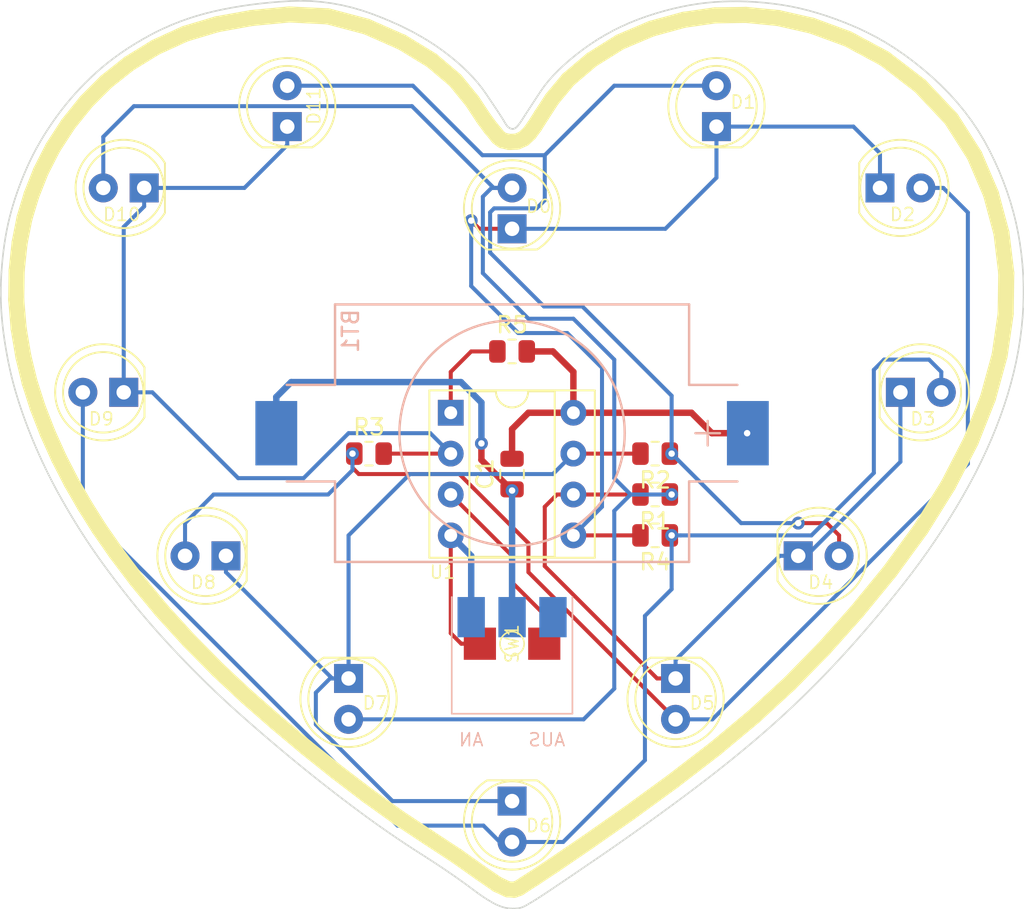
<source format=kicad_pcb>
(kicad_pcb (version 20211014) (generator pcbnew)
  (layers (0 "F.Cu" signal) (31 "B.Cu" signal) (34 "B.Paste" user) (35 "F.Paste" user) (36 "B.SilkS" user "B.Silkscreen") (37 "F.SilkS" user "F.Silkscreen") (38 "B.Mask" user) (39 "F.Mask" user) (44 "Edge.Cuts" user))
  (net 0 "")
  (net 1 "Net-(BT1-Pad1)")
  (net 2 "Net-(BT1-Pad2)")
  (net 3 "Net-(D0-Pad2)")
  (net 4 "/PB0")
  (net 5 "Net-(D1-Pad2)")
  (net 6 "Net-(D2-Pad2)")
  (net 7 "Net-(D3-Pad2)")
  (net 8 "/PB1")
  (net 9 "/PB2")
  (net 10 "/PB3")
  (net 11 "Net-(R5-Pad1)")
  (net 12 "Net-(SW1-Pad1)")
  (net 13 "Net-(SW1-Pad2)")
  (footprint "LED_THT:LED_D5.0mm" (layer "F.Cu") (at 88.9 55.88 90)
    (fp_text reference "D0")
    (fp_text value "LED")
  )
  (footprint "LED_THT:LED_D5.0mm" (layer "F.Cu") (at 111.76 53.34)
    (fp_text reference "D2")
    (fp_text value "LED")
  )
  (footprint "LED_THT:LED_D5.0mm" (layer "F.Cu") (at 113.03 66.04)
    (fp_text reference "D3")
    (fp_text value "LED")
  )
  (footprint "LED_THT:LED_D5.0mm" (layer "F.Cu") (at 106.68 76.2)
    (fp_text reference "D4")
    (fp_text value "LED")
  )
  (footprint "LED_THT:LED_D5.0mm" (layer "F.Cu") (at 99.06 83.82 -90)
    (fp_text reference "D5")
    (fp_text value "LED")
  )
  (footprint "LED_THT:LED_D5.0mm" (layer "F.Cu") (at 88.9 91.44 -90)
    (fp_text reference "D6")
    (fp_text value "LED")
  )
  (footprint "LED_THT:LED_D5.0mm" (layer "F.Cu") (at 78.74 83.82 -90)
    (fp_text reference "D7")
    (fp_text value "LED")
  )
  (footprint "LED_THT:LED_D5.0mm" (layer "F.Cu") (at 71.12 76.2 180)
    (fp_text reference "D8")
    (fp_text value "LED")
  )
  (footprint "LED_THT:LED_D5.0mm" (layer "F.Cu") (at 66.04 53.34 180)
    (fp_text reference "D10")
    (fp_text value "LED")
  )
  (footprint "LED_THT:LED_D5.0mm" (layer "F.Cu") (at 74.93 49.53 90)
    (fp_text reference "D11")
    (fp_text value "LED")
  )
  (footprint "Resistor_SMD:R_0805_2012Metric" (layer "F.Cu") (at 97.79 72.39 180)
    (fp_text reference "R1")
    (fp_text value "R_Small")
  )
  (footprint "Resistor_SMD:R_0805_2012Metric" (layer "F.Cu") (at 97.79 69.85 180)
    (fp_text reference "R2")
    (fp_text value "R_Small")
  )
  (footprint "Resistor_SMD:R_0805_2012Metric" (layer "F.Cu") (at 80.01 69.85)
    (fp_text reference "R3")
    (fp_text value "R_Small")
  )
  (footprint "Resistor_SMD:R_0805_2012Metric" (layer "F.Cu") (at 97.79 74.93 180)
    (fp_text reference "R4")
    (fp_text value "R_Small")
  )
  (footprint "Resistor_SMD:R_0805_2012Metric" (layer "F.Cu") (at 88.9 63.5)
    (fp_text reference "R5")
    (fp_text value "R_Small")
  )
  (footprint "LED_THT:LED_D5.0mm" (layer "F.Cu") (at 101.6 49.53 90)
    (fp_text reference "D1")
    (fp_text value "LED")
  )
  (footprint "Package_DIP:DIP-8_W7.62mm_Socket" (layer "F.Cu") (at 85.09 67.31)
    (fp_text reference "U1")
    (fp_text value "ATtiny85-20PU")
  )
  (footprint "LED_THT:LED_D5.0mm" (layer "F.Cu") (at 64.77 66.04 180)
    (fp_text reference "D9")
    (fp_text value "LED")
  )
  (footprint "Capacitor_SMD:C_0805_2012Metric" (layer "F.Cu") (at 88.9 71.12 90)
    (fp_text reference "C1")
    (fp_text value "100n")
  )
  (footprint "000EigeneFootprints:Taster_SMD_eBay4,5x3mm" (layer "F.Cu") (at 88.9 81.661 180)
    (fp_text reference "SW1")
    (fp_text value "Blinky!" hide)
  )
  (footprint "000EigeneFootprints:Batteriehalter_CR2032" (layer "B.Cu") (at 88.9 68.58 90)
    (fp_text reference "BT1")
    (fp_text value "CR2032")
  )
  (footprint "000EigeneFootprints:3Pin_Sensor_SMD" (layer "B.Cu") (at 88.9 80.01)
    (fp_text reference "SW2" hide)
    (fp_text value "SW_SPDT" hide)
  )
  (gr_line (start 72.711846 42.78306) (end 70.566263 43.169859) (layer "F.SilkS") (width 1))
  (gr_line (start 99.569475 42.895484) (end 97.559046 43.44715) (layer "F.SilkS") (width 1))
  (gr_line (start 65.104844 45.614521) (end 63.679132 46.74249) (layer "F.SilkS") (width 1))
  (gr_line (start 86.900269 95.872922) (end 87.973541 96.612022) (layer "F.SilkS") (width 1))
  (gr_line (start 101.505324 42.618733) (end 99.569475 42.895484) (layer "F.SilkS") (width 1))
  (gr_line (start 88.040977 50.19023) (end 87.833841 49.926534) (layer "F.SilkS") (width 1))
  (gr_line (start 119.606764 58.62956) (end 119.310055 56.156683) (layer "F.SilkS") (width 1))
  (gr_line (start 95.605233 44.2746) (end 93.839235 45.378706) (layer "F.SilkS") (width 1))
  (gr_line (start 63.249347 74.514641) (end 64.297527 76.02253) (layer "F.SilkS") (width 1))
  (gr_line (start 116.182872 49.044368) (end 114.257997 47.003822) (layer "F.SilkS") (width 1))
  (gr_line (start 82.060455 44.285373) (end 79.855107 43.314984) (layer "F.SilkS") (width 1))
  (gr_line (start 91.391477 47.80644) (end 90.729739 48.824418) (layer "F.SilkS") (width 1))
  (gr_line (start 119.193765 63.749018) (end 119.570285 61.160709) (layer "F.SilkS") (width 1))
  (gr_line (start 58.24214 62.08146) (end 58.533957 63.820473) (layer "F.SilkS") (width 1))
  (gr_line (start 87.568918 49.61294) (end 87.135982 49.027593) (layer "F.SilkS") (width 1))
  (gr_line (start 74.252691 86.563591) (end 76.109952 88.119348) (layer "F.SilkS") (width 1))
  (gr_line (start 59.039396 53.775319) (end 58.602695 55.224614) (layer "F.SilkS") (width 1))
  (gr_line (start 101.542164 88.167252) (end 103.928538 86.176636) (layer "F.SilkS") (width 1))
  (gr_line (start 66.753714 44.598941) (end 65.104844 45.614521) (layer "F.SilkS") (width 1))
  (gr_line (start 115.989743 71.825997) (end 117.401771 69.087722) (layer "F.SilkS") (width 1))
  (gr_line (start 76.109952 88.119348) (end 78.001824 89.633234) (layer "F.SilkS") (width 1))
  (gr_line (start 87.135982 49.027593) (end 86.424811 47.948643) (layer "F.SilkS") (width 1))
  (gr_line (start 88.629589 96.920582) (end 89.027702 96.947485) (layer "F.SilkS") (width 1))
  (gr_line (start 85.37025 46.65222) (end 83.90715 45.414458) (layer "F.SilkS") (width 1))
  (gr_line (start 105.424017 42.781331) (end 103.434276 42.589736) (layer "F.SilkS") (width 1))
  (gr_line (start 92.39125 46.606856) (end 91.391477 47.80644) (layer "F.SilkS") (width 1))
  (gr_line (start 59.421572 66.975791) (end 60.040903 68.572501) (layer "F.SilkS") (width 1))
  (gr_line (start 98.901958 90.19888) (end 101.542164 88.167252) (layer "F.SilkS") (width 1))
  (gr_line (start 103.928538 86.176636) (end 106.141574 84.142938) (layer "F.SilkS") (width 1))
  (gr_line (start 119.310055 56.156683) (end 118.659238 53.725619) (layer "F.SilkS") (width 1))
  (gr_line (start 61.32141 49.373248) (end 60.374791 50.829051) (layer "F.SilkS") (width 1))
  (gr_line (start 59.622107 52.30327) (end 59.039396 53.775319) (layer "F.SilkS") (width 1))
  (gr_line (start 62.358518 73.099757) (end 63.249347 74.514641) (layer "F.SilkS") (width 1))
  (gr_line (start 110.325908 79.667293) (end 112.370768 77.171917) (layer "F.SilkS") (width 1))
  (gr_line (start 88.732388 50.483339) (end 88.302951 50.38288) (layer "F.SilkS") (width 1))
  (gr_line (start 60.040903 68.572501) (end 60.751884 70.151701) (layer "F.SilkS") (width 1))
  (gr_line (start 89.697034 96.5968) (end 90.306326 96.206871) (layer "F.SilkS") (width 1))
  (gr_line (start 75.044397 42.562053) (end 72.711846 42.78306) (layer "F.SilkS") (width 1))
  (gr_line (start 58.923179 65.421849) (end 59.421572 66.975791) (layer "F.SilkS") (width 1))
  (gr_line (start 112.054986 45.311842) (end 109.770051 44.081998) (layer "F.SilkS") (width 1))
  (gr_line (start 58.0898 60.2742) (end 58.24214 62.08146) (layer "F.SilkS") (width 1))
  (gr_line (start 117.633399 51.319907) (end 116.182872 49.044368) (layer "F.SilkS") (width 1))
  (gr_line (start 70.566263 43.169859) (end 68.587076 43.761978) (layer "F.SilkS") (width 1))
  (gr_line (start 79.855107 43.314984) (end 77.460093 42.68123) (layer "F.SilkS") (width 1))
  (gr_line (start 96.189178 92.174653) (end 98.901958 90.19888) (layer "F.SilkS") (width 1))
  (gr_line (start 118.470353 66.393376) (end 119.193765 63.749018) (layer "F.SilkS") (width 1))
  (gr_line (start 65.602872 77.748186) (end 67.129252 79.598358) (layer "F.SilkS") (width 1))
  (gr_line (start 93.585084 93.9977) (end 96.189178 92.174653) (layer "F.SilkS") (width 1))
  (gr_line (start 106.141574 84.142938) (end 108.26177 81.982062) (layer "F.SilkS") (width 1))
  (gr_line (start 91.490519 95.423335) (end 93.585084 93.9977) (layer "F.SilkS") (width 1))
  (gr_line (start 86.424811 47.948643) (end 85.37025 46.65222) (layer "F.SilkS") (width 1))
  (gr_line (start 89.208558 50.459869) (end 88.732388 50.483339) (layer "F.SilkS") (width 1))
  (gr_line (start 117.401771 69.087722) (end 118.470353 66.393376) (layer "F.SilkS") (width 1))
  (gr_line (start 114.257997 47.003822) (end 112.054986 45.311842) (layer "F.SilkS") (width 1))
  (gr_line (start 118.659238 53.725619) (end 117.633399 51.319907) (layer "F.SilkS") (width 1))
  (gr_line (start 61.525227 71.653115) (end 62.358518 73.099757) (layer "F.SilkS") (width 1))
  (gr_line (start 114.293123 74.542597) (end 115.989743 71.825997) (layer "F.SilkS") (width 1))
  (gr_line (start 87.973541 96.612022) (end 88.629589 96.920582) (layer "F.SilkS") (width 1))
  (gr_line (start 90.729739 48.824418) (end 90.295858 49.507752) (layer "F.SilkS") (width 1))
  (gr_line (start 97.559046 43.44715) (end 95.605233 44.2746) (layer "F.SilkS") (width 1))
  (gr_line (start 89.327171 96.841614) (end 89.697034 96.5968) (layer "F.SilkS") (width 1))
  (gr_line (start 62.432635 47.992261) (end 61.32141 49.373248) (layer "F.SilkS") (width 1))
  (gr_line (start 85.468121 94.858184) (end 86.900269 95.872922) (layer "F.SilkS") (width 1))
  (gr_line (start 58.602695 55.224614) (end 58.299926 56.75444) (layer "F.SilkS") (width 1))
  (gr_line (start 90.295858 49.507752) (end 89.9646 49.959003) (layer "F.SilkS") (width 1))
  (gr_line (start 60.751884 70.151701) (end 61.525227 71.653115) (layer "F.SilkS") (width 1))
  (gr_line (start 93.839235 45.378706) (end 92.39125 46.606856) (layer "F.SilkS") (width 1))
  (gr_line (start 108.26177 81.982062) (end 110.325908 79.667293) (layer "F.SilkS") (width 1))
  (gr_line (start 63.679132 46.74249) (end 62.432635 47.992261) (layer "F.SilkS") (width 1))
  (gr_line (start 68.587076 43.761978) (end 66.753714 44.598941) (layer "F.SilkS") (width 1))
  (gr_line (start 70.641743 83.302819) (end 72.437874 84.97775) (layer "F.SilkS") (width 1))
  (gr_line (start 89.027702 96.947485) (end 89.327171 96.841614) (layer "F.SilkS") (width 1))
  (gr_line (start 89.610731 50.280733) (end 89.208558 50.459869) (layer "F.SilkS") (width 1))
  (gr_line (start 88.302951 50.38288) (end 88.040977 50.19023) (layer "F.SilkS") (width 1))
  (gr_line (start 79.920471 91.093466) (end 81.840232 92.46748) (layer "F.SilkS") (width 1))
  (gr_line (start 103.434276 42.589736) (end 101.505324 42.618733) (layer "F.SilkS") (width 1))
  (gr_line (start 68.840539 81.479795) (end 70.641743 83.302819) (layer "F.SilkS") (width 1))
  (gr_line (start 112.370768 77.171917) (end 114.293123 74.542597) (layer "F.SilkS") (width 1))
  (gr_line (start 90.306326 96.206871) (end 91.490519 95.423335) (layer "F.SilkS") (width 1))
  (gr_line (start 107.520594 43.257444) (end 105.424017 42.781331) (layer "F.SilkS") (width 1))
  (gr_line (start 109.770051 44.081998) (end 107.520594 43.257444) (layer "F.SilkS") (width 1))
  (gr_line (start 60.374791 50.829051) (end 59.622107 52.30327) (layer "F.SilkS") (width 1))
  (gr_line (start 64.297527 76.02253) (end 65.602872 77.748186) (layer "F.SilkS") (width 1))
  (gr_line (start 87.833841 49.926534) (end 87.568918 49.61294) (layer "F.SilkS") (width 1))
  (gr_line (start 83.735445 93.722711) (end 85.468121 94.858184) (layer "F.SilkS") (width 1))
  (gr_line (start 78.001824 89.633234) (end 79.920471 91.093466) (layer "F.SilkS") (width 1))
  (gr_line (start 58.533957 63.820473) (end 58.923179 65.421849) (layer "F.SilkS") (width 1))
  (gr_line (start 77.460093 42.68123) (end 75.044397 42.562053) (layer "F.SilkS") (width 1))
  (gr_line (start 58.119011 58.468081) (end 58.0898 60.2742) (layer "F.SilkS") (width 1))
  (gr_line (start 58.299926 56.75444) (end 58.119011 58.468081) (layer "F.SilkS") (width 1))
  (gr_line (start 81.840232 92.46748) (end 83.735445 93.722711) (layer "F.SilkS") (width 1))
  (gr_line (start 83.90715 45.414458) (end 82.060455 44.285373) (layer "F.SilkS") (width 1))
  (gr_line (start 119.570285 61.160709) (end 119.606764 58.62956) (layer "F.SilkS") (width 1))
  (gr_line (start 72.437874 84.97775) (end 74.252691 86.563591) (layer "F.SilkS") (width 1))
  (gr_line (start 67.129252 79.598358) (end 68.840539 81.479795) (layer "F.SilkS") (width 1))
  (gr_line (start 89.9646 49.959003) (end 89.610731 50.280733) (layer "F.SilkS") (width 1))
  (gr_line (start 63.537658 76.7754) (end 63.846192 77.195027) (layer "Edge.Cuts") (width 0.1))
  (gr_line (start 88.515573 98.075144) (end 88.68731 98.100843) (layer "Edge.Cuts") (width 0.1))
  (gr_line (start 95.511234 94.08329) (end 96.16475 93.624318) (layer "Edge.Cuts") (width 0.1))
  (gr_line (start 118.874262 51.647534) (end 118.564514 51.012871) (layer "Edge.Cuts") (width 0.1))
  (gr_line (start 110.092896 81.683666) (end 110.617 81.0895) (layer "Edge.Cuts") (width 0.1))
  (gr_line (start 57.785163 54.77006) (end 57.684131 55.151374) (layer "Edge.Cuts") (width 0.1))
  (gr_line (start 64.511991 78.075262) (end 64.869256 78.535871) (layer "Edge.Cuts") (width 0.1))
  (gr_line (start 111.456737 43.931553) (end 110.849686 43.621079) (layer "Edge.Cuts") (width 0.1))
  (gr_line (start 119.896537 65.480803) (end 120.073163 64.793641) (layer "Edge.Cuts") (width 0.1))
  (gr_line (start 61.434942 47.843201) (end 61.135737 48.204942) (layer "Edge.Cuts") (width 0.1))
  (gr_line (start 58.944164 51.665721) (end 58.763972 52.05793) (layer "Edge.Cuts") (width 0.1))
  (gr_line (start 105.635387 41.962757) (end 105.101917 41.889949) (layer "Edge.Cuts") (width 0.1))
  (gr_line (start 120.468409 62.748957) (end 120.55528 62.072996) (layer "Edge.Cuts") (width 0.1))
  (gr_line (start 97.270649 42.676569) (end 96.73033 42.870249) (layer "Edge.Cuts") (width 0.1))
  (gr_line (start 89.750075 97.929598) (end 89.873578 97.861344) (layer "Edge.Cuts") (width 0.1))
  (gr_line (start 89.0794 49.635349) (end 89.043052 49.65268) (layer "Edge.Cuts") (width 0.1))
  (gr_line (start 59.901361 70.751426) (end 60.094425 71.145632) (layer "Edge.Cuts") (width 0.1))
  (gr_line (start 115.543205 46.955667) (end 114.986587 46.438168) (layer "Edge.Cuts") (width 0.1))
  (gr_line (start 85.769421 45.772747) (end 85.389634 45.439483) (layer "Edge.Cuts") (width 0.1))
  (gr_line (start 94.866045 94.531364) (end 95.511234 94.08329) (layer "Edge.Cuts") (width 0.1))
  (gr_line (start 119.418812 52.921204) (end 119.159028 52.283645) (layer "Edge.Cuts") (width 0.1))
  (gr_line (start 62.232316 74.87423) (end 62.465961 75.233498) (layer "Edge.Cuts") (width 0.1))
  (gr_line (start 108.511736 83.397743) (end 109.041417 82.836918) (layer "Edge.Cuts") (width 0.1))
  (gr_line (start 101.475202 41.790626) (end 100.967933 41.836933) (layer "Edge.Cuts") (width 0.1))
  (gr_line (start 87.875795 48.378594) (end 87.701433 48.117175) (layer "Edge.Cuts") (width 0.1))
  (gr_line (start 104.046503 41.788298) (end 103.524559 41.759454) (layer "Edge.Cuts") (width 0.1))
  (gr_line (start 59.712215 70.35201) (end 59.901361 70.751426) (layer "Edge.Cuts") (width 0.1))
  (gr_line (start 60.905685 72.671851) (end 61.117833 73.044482) (layer "Edge.Cuts") (width 0.1))
  (gr_line (start 120.611403 58.082032) (end 120.54389 57.428311) (layer "Edge.Cuts") (width 0.1))
  (gr_line (start 120.656965 58.739032) (end 120.611403 58.082032) (layer "Edge.Cuts") (width 0.1))
  (gr_line (start 97.496767 92.67368) (end 98.175267 92.182014) (layer "Edge.Cuts") (width 0.1))
  (gr_line (start 84.586703 95.60214) (end 85.001428 95.882951) (layer "Edge.Cuts") (width 0.1))
  (gr_line (start 85.776398 96.425499) (end 86.136643 96.687236) (layer "Edge.Cuts") (width 0.1))
  (gr_line (start 88.324104 49.066553) (end 88.249397 48.948221) (layer "Edge.Cuts") (width 0.1))
  (gr_line (start 88.373897 49.149115) (end 88.324104 49.066553) (layer "Edge.Cuts") (width 0.1))
  (gr_line (start 119.159028 52.283645) (end 118.874262 51.647534) (layer "Edge.Cuts") (width 0.1))
  (gr_line (start 74.585945 88.28082) (end 75.05699 88.673259) (layer "Edge.Cuts") (width 0.1))
  (gr_line (start 57.591988 55.537824) (end 57.507926 55.93608) (layer "Edge.Cuts") (width 0.1))
  (gr_line (start 57.197871 61.419952) (end 57.243566 61.893669) (layer "Edge.Cuts") (width 0.1))
  (gr_line (start 110.617 81.0895) (end 111.140013 80.483641) (layer "Edge.Cuts") (width 0.1))
  (gr_line (start 99.557251 91.165989) (end 100.248641 90.648309) (layer "Edge.Cuts") (width 0.1))
  (gr_line (start 94.69234 43.830893) (end 94.213663 44.117536) (layer "Edge.Cuts") (width 0.1))
  (gr_line (start 64.170969 77.628314) (end 64.511991 78.075262) (layer "Edge.Cuts") (width 0.1))
  (gr_line (start 119.232388 67.558595) (end 119.475968 66.863527) (layer "Edge.Cuts") (width 0.1))
  (gr_line (start 117.457172 49.180917) (end 117.025556 48.601317) (layer "Edge.Cuts") (width 0.1))
  (gr_line (start 80.345949 92.77287) (end 80.829705 93.115747) (layer "Edge.Cuts") (width 0.1))
  (gr_line (start 76.394859 41.729612) (end 75.753865 41.713397) (layer "Edge.Cuts") (width 0.1))
  (gr_line (start 58.763972 52.05793) (end 58.595044 52.449977) (layer "Edge.Cuts") (width 0.1))
  (gr_line (start 72.269868 86.288741) (end 72.727864 86.691141) (layer "Edge.Cuts") (width 0.1))
  (gr_line (start 114.411666 45.94376) (end 113.83139 45.480007) (layer "Edge.Cuts") (width 0.1))
  (gr_line (start 105.213909 86.590178) (end 105.777802 86.078643) (layer "Edge.Cuts") (width 0.1))
  (gr_line (start 89.637731 48.924696) (end 89.561495 49.043363) (layer "Edge.Cuts") (width 0.1))
  (gr_line (start 88.588595 49.484823) (end 88.563637 49.451193) (layer "Edge.Cuts") (width 0.1))
  (gr_line (start 79.375453 92.065401) (end 79.861198 92.422755) (layer "Edge.Cuts") (width 0.1))
  (gr_line (start 89.11532 49.612907) (end 89.0794 49.635349) (layer "Edge.Cuts") (width 0.1))
  (gr_line (start 58.286285 53.229472) (end 58.146456 53.616919) (layer "Edge.Cuts") (width 0.1))
  (gr_line (start 114.229457 76.613773) (end 114.712667 75.939617) (layer "Edge.Cuts") (width 0.1))
  (gr_line (start 87.277969 47.487022) (end 87.028311 47.137773) (layer "Edge.Cuts") (width 0.1))
  (gr_line (start 67.28932 43.409304) (end 66.807748 43.639548) (layer "Edge.Cuts") (width 0.1))
  (gr_line (start 72.057903 42.044716) (end 71.484445 42.141324) (layer "Edge.Cuts") (width 0.1))
  (gr_line (start 62.465961 75.233498) (end 62.709519 75.598483) (layer "Edge.Cuts") (width 0.1))
  (gr_line (start 120.619713 61.399835) (end 120.661951 60.729714) (layer "Edge.Cuts") (width 0.1))
  (gr_line (start 68.790086 42.815877) (end 68.280489 42.997469) (layer "Edge.Cuts") (width 0.1))
  (gr_line (start 65.240458 79.004229) (end 65.623289 79.474426) (layer "Edge.Cuts") (width 0.1))
  (gr_line (start 60.845653 48.575243) (end 60.564691 48.954105) (layer "Edge.Cuts") (width 0.1))
  (gr_line (start 120.208138 55.485914) (end 120.048279 54.842565) (layer "Edge.Cuts") (width 0.1))
  (gr_line (start 58.996688 68.706026) (end 59.168279 69.122503) (layer "Edge.Cuts") (width 0.1))
  (gr_line (start 101.981779 41.760851) (end 101.475202 41.790626) (layer "Edge.Cuts") (width 0.1))
  (gr_line (start 64.182387 45.252744) (end 63.796081 45.548623) (layer "Edge.Cuts") (width 0.1))
  (gr_line (start 98.353158 42.344623) (end 97.814518 42.501391) (layer "Edge.Cuts") (width 0.1))
  (gr_line (start 88.660002 49.562685) (end 88.634787 49.539161) (layer "Edge.Cuts") (width 0.1))
  (gr_line (start 75.112186 41.731005) (end 74.476397 41.77117) (layer "Edge.Cuts") (width 0.1))
  (gr_line (start 73.18847 87.091549) (end 73.651685 87.489965) (layer "Edge.Cuts") (width 0.1))
  (gr_line (start 104.644314 87.093498) (end 105.213909 86.590178) (layer "Edge.Cuts") (width 0.1))
  (gr_line (start 102.227656 89.110045) (end 102.855609 88.602214) (layer "Edge.Cuts") (width 0.1))
  (gr_line (start 78.889916 91.702648) (end 79.375453 92.065401) (layer "Edge.Cuts") (width 0.1))
  (gr_line (start 92.860378 45.078768) (end 92.457336 45.409027) (layer "Edge.Cuts") (width 0.1))
  (gr_line (start 77.67479 41.863512) (end 77.035167 41.77965) (layer "Edge.Cuts") (width 0.1))
  (gr_line (start 91.740879 46.063811) (end 91.427464 46.388338) (layer "Edge.Cuts") (width 0.1))
  (gr_line (start 88.817211 49.650901) (end 88.781618 49.637179) (layer "Edge.Cuts") (width 0.1))
  (gr_line (start 112.058432 44.272683) (end 111.456737 43.931553) (layer "Edge.Cuts") (width 0.1))
  (gr_line (start 60.492304 71.918415) (end 60.697119 72.296992) (layer "Edge.Cuts") (width 0.1))
  (gr_line (start 89.043052 49.65268) (end 89.006275 49.664899) (layer "Edge.Cuts") (width 0.1))
  (gr_line (start 89.150811 49.585353) (end 89.11532 49.612907) (layer "Edge.Cuts") (width 0.1))
  (gr_line (start 71.484445 42.141324) (end 70.923453 42.249221) (layer "Edge.Cuts") (width 0.1))
  (gr_line (start 85.389634 45.439483) (end 84.983822 45.109416) (layer "Edge.Cuts") (width 0.1))
  (gr_line (start 102.855609 88.602214) (end 103.467703 88.096847) (layer "Edge.Cuts") (width 0.1))
  (gr_line (start 69.080235 83.279313) (end 69.537298 83.737473) (layer "Edge.Cuts") (width 0.1))
  (gr_line (start 88.249397 48.948221) (end 88.149777 48.794117) (layer "Edge.Cuts") (width 0.1))
  (gr_line (start 88.477336 49.321647) (end 88.444761 49.268913) (layer "Edge.Cuts") (width 0.1))
  (gr_line (start 107.976353 83.950353) (end 108.511736 83.397743) (layer "Edge.Cuts") (width 0.1))
  (gr_line (start 61.333564 73.414886) (end 61.552878 73.783063) (layer "Edge.Cuts") (width 0.1))
  (gr_line (start 104.572289 41.831796) (end 104.046503 41.788298) (layer "Edge.Cuts") (width 0.1))
  (gr_line (start 88.508008 49.369606) (end 88.477336 49.321647) (layer "Edge.Cuts") (width 0.1))
  (gr_line (start 90.890262 47.031658) (end 90.666474 47.350453) (layer "Edge.Cuts") (width 0.1))
  (gr_line (start 113.83139 45.480007) (end 113.245759 45.04691) (layer "Edge.Cuts") (width 0.1))
  (gr_line (start 90.666474 47.350453) (end 90.466465 47.655013) (layer "Edge.Cuts") (width 0.1))
  (gr_line (start 120.54389 57.428311) (end 120.454428 56.777871) (layer "Edge.Cuts") (width 0.1))
  (gr_line (start 89.731648 48.779473) (end 89.637731 48.924696) (layer "Edge.Cuts") (width 0.1))
  (gr_line (start 58.146456 53.616919) (end 58.016325 54.002832) (layer "Edge.Cuts") (width 0.1))
  (gr_line (start 89.148874 98.115118) (end 89.284846 98.098936) (layer "Edge.Cuts") (width 0.1))
  (gr_line (start 65.623289 79.474426) (end 66.017748 79.946461) (layer "Edge.Cuts") (width 0.1))
  (gr_line (start 100.455435 41.901651) (end 99.937709 41.984779) (layer "Edge.Cuts") (width 0.1))
  (gr_line (start 69.309025 42.650503) (end 68.790086 42.815877) (layer "Edge.Cuts") (width 0.1))
  (gr_line (start 66.335518 43.88601) (end 65.875345 44.144335) (layer "Edge.Cuts") (width 0.1))
  (gr_line (start 107.856642 42.467654) (end 107.286386 42.306863) (layer "Edge.Cuts") (width 0.1))
  (gr_line (start 66.807748 43.639548) (end 66.335518 43.88601) (layer "Edge.Cuts") (width 0.1))
  (gr_line (start 64.999319 44.683518) (end 64.583467 44.964376) (layer "Edge.Cuts") (width 0.1))
  (gr_line (start 69.837305 42.501346) (end 69.309025 42.650503) (layer "Edge.Cuts") (width 0.1))
  (gr_line (start 75.05699 88.673259) (end 75.530645 89.063706) (layer "Edge.Cuts") (width 0.1))
  (gr_line (start 112.182768 79.236843) (end 112.70251 78.595904) (layer "Edge.Cuts") (width 0.1))
  (gr_line (start 57.252478 57.647158) (end 57.208817 58.104442) (layer "Edge.Cuts") (width 0.1))
  (gr_line (start 57.431944 56.346141) (end 57.364042 56.768008) (layer "Edge.Cuts") (width 0.1))
  (gr_line (start 91.395165 96.891493) (end 91.733868 96.663697) (layer "Edge.Cuts") (width 0.1))
  (gr_line (start 57.44078 63.295399) (end 57.520047 63.745526) (layer "Edge.Cuts") (width 0.1))
  (gr_line (start 67.270901 81.373596) (end 67.711877 81.852984) (layer "Edge.Cuts") (width 0.1))
  (gr_line (start 62.387286 46.809345) (end 62.060716 47.145403) (layer "Edge.Cuts") (width 0.1))
  (gr_line (start 75.753865 41.713397) (end 75.112186 41.731005) (layer "Edge.Cuts") (width 0.1))
  (gr_line (start 70.923453 42.249221) (end 70.374927 42.368407) (layer "Edge.Cuts") (width 0.1))
  (gr_line (start 85.001428 95.882951) (end 85.397993 96.157405) (layer "Edge.Cuts") (width 0.1))
  (gr_line (start 76.96187 90.21604) (end 77.441766 90.593031) (layer "Edge.Cuts") (width 0.1))
  (gr_line (start 85.397993 96.157405) (end 85.776398 96.425499) (layer "Edge.Cuts") (width 0.1))
  (gr_line (start 80.226428 42.537193) (end 79.589547 42.318038) (layer "Edge.Cuts") (width 0.1))
  (gr_line (start 57.697481 64.617826) (end 57.795646 65.039999) (layer "Edge.Cuts") (width 0.1))
  (gr_line (start 83.614361 44.154305) (end 83.109608 43.85691) (layer "Edge.Cuts") (width 0.1))
  (gr_line (start 63.245368 76.369433) (end 63.537658 76.7754) (layer "Edge.Cuts") (width 0.1))
  (gr_line (start 89.274706 49.452681) (end 89.229393 49.506315) (layer "Edge.Cuts") (width 0.1))
  (gr_line (start 88.410281 49.211402) (end 88.373897 49.149115) (layer "Edge.Cuts") (width 0.1))
  (gr_line (start 103.006457 41.745265) (end 102.492197 41.74573) (layer "Edge.Cuts") (width 0.1))
  (gr_line (start 88.444761 49.268913) (end 88.410281 49.211402) (layer "Edge.Cuts") (width 0.1))
  (gr_line (start 120.682239 60.062874) (end 120.680577 59.399313) (layer "Edge.Cuts") (width 0.1))
  (gr_line (start 119.653616 53.56021) (end 119.418812 52.921204) (layer "Edge.Cuts") (width 0.1))
  (gr_line (start 82.754783 94.414871) (end 83.233566 94.721556) (layer "Edge.Cuts") (width 0.1))
  (gr_line (start 76.483385 89.835488) (end 76.96187 90.21604) (layer "Edge.Cuts") (width 0.1))
  (gr_line (start 81.794233 93.779786) (end 82.275006 94.100947) (layer "Edge.Cuts") (width 0.1))
  (gr_line (start 59.345674 69.537548) (end 59.526986 69.947384) (layer "Edge.Cuts") (width 0.1))
  (gr_line (start 58.254086 66.65884) (end 58.387226 67.063584) (layer "Edge.Cuts") (width 0.1))
  (gr_line (start 103.467703 88.096847) (end 104.063938 87.593941) (layer "Edge.Cuts") (width 0.1))
  (gr_line (start 87.028311 47.137773) (end 86.752627 46.791721) (layer "Edge.Cuts") (width 0.1))
  (gr_line (start 57.243566 61.893669) (end 57.301143 62.36719) (layer "Edge.Cuts") (width 0.1))
  (gr_line (start 88.12396 97.95796) (end 88.329567 98.030382) (layer "Edge.Cuts") (width 0.1))
  (gr_line (start 94.229184 94.96854) (end 94.866045 94.531364) (layer "Edge.Cuts") (width 0.1))
  (gr_line (start 83.233566 94.721556) (end 83.702772 95.021442) (layer "Edge.Cuts") (width 0.1))
  (gr_line (start 66.841555 80.896046) (end 67.270901 81.373596) (layer "Edge.Cuts") (width 0.1))
  (gr_line (start 61.117833 73.044482) (end 61.333564 73.414886) (layer "Edge.Cuts") (width 0.1))
  (gr_line (start 62.002254 74.512735) (end 62.232316 74.87423) (layer "Edge.Cuts") (width 0.1))
  (gr_line (start 68.164481 82.334211) (end 68.622629 82.81156) (layer "Edge.Cuts") (width 0.1))
  (gr_line (start 57.900112 65.452854) (end 58.010877 65.856391) (layer "Edge.Cuts") (width 0.1))
  (gr_line (start 90.119492 48.184466) (end 89.972529 48.409358) (layer "Edge.Cuts") (width 0.1))
  (gr_line (start 60.294703 49.337852) (end 60.037543 49.722808) (layer "Edge.Cuts") (width 0.1))
  (gr_line (start 57.132081 59.997625) (end 57.142129 60.47193) (layer "Edge.Cuts") (width 0.1))
  (gr_line (start 87.502158 47.819984) (end 87.277969 47.487022) (layer "Edge.Cuts") (width 0.1))
  (gr_line (start 119.697472 66.170765) (end 119.896537 65.480803) (layer "Edge.Cuts") (width 0.1))
  (gr_line (start 88.85488 49.662663) (end 88.817211 49.650901) (layer "Edge.Cuts") (width 0.1))
  (gr_line (start 88.748101 49.621496) (end 88.716659 49.603853) (layer "Edge.Cuts") (width 0.1))
  (gr_line (start 90.15823 97.693983) (end 90.319379 97.594876) (layer "Edge.Cuts") (width 0.1))
  (gr_line (start 82.580894 43.570666) (end 82.028219 43.295572) (layer "Edge.Cuts") (width 0.1))
  (gr_line (start 79.861198 92.422755) (end 80.345949 92.77287) (layer "Edge.Cuts") (width 0.1))
  (gr_line (start 91.143925 46.710953) (end 90.890262 47.031658) (layer "Edge.Cuts") (width 0.1))
  (gr_line (start 62.060716 47.145403) (end 61.743268 47.490022) (layer "Edge.Cuts") (width 0.1))
  (gr_line (start 93.293295 44.746599) (end 92.860378 45.078768) (layer "Edge.Cuts") (width 0.1))
  (gr_line (start 112.70251 78.595904) (end 113.221162 77.943273) (layer "Edge.Cuts") (width 0.1))
  (gr_line (start 96.826594 93.154448) (end 97.496767 92.67368) (layer "Edge.Cuts") (width 0.1))
  (gr_line (start 105.101917 41.889949) (end 104.572289 41.831796) (layer "Edge.Cuts") (width 0.1))
  (gr_line (start 118.226651 50.386694) (end 117.857537 49.776043) (layer "Edge.Cuts") (width 0.1))
  (gr_line (start 88.025243 48.604241) (end 87.875795 48.378594) (layer "Edge.Cuts") (width 0.1))
  (gr_line (start 105.777802 86.078643) (end 106.335993 85.558893) (layer "Edge.Cuts") (width 0.1))
  (gr_line (start 88.563637 49.451193) (end 88.536774 49.412788) (layer "Edge.Cuts") (width 0.1))
  (gr_line (start 96.20234 43.082521) (end 95.686678 43.313386) (layer "Edge.Cuts") (width 0.1))
  (gr_line (start 88.329567 98.030382) (end 88.515573 98.075144) (layer "Edge.Cuts") (width 0.1))
  (gr_line (start 90.284138 47.933018) (end 90.119492 48.184466) (layer "Edge.Cuts") (width 0.1))
  (gr_line (start 67.780234 43.195278) (end 67.28932 43.409304) (layer "Edge.Cuts") (width 0.1))
  (gr_line (start 86.136643 96.687236) (end 86.478728 96.942614) (layer "Edge.Cuts") (width 0.1))
  (gr_line (start 107.286386 42.306863) (end 106.726092 42.169117) (layer "Edge.Cuts") (width 0.1))
  (gr_line (start 62.969322 75.977128) (end 63.245368 76.369433) (layer "Edge.Cuts") (width 0.1))
  (gr_line (start 113.221162 77.943273) (end 113.732289 77.281658) (layer "Edge.Cuts") (width 0.1))
  (gr_line (start 71.814482 85.884348) (end 72.269868 86.288741) (layer "Edge.Cuts") (width 0.1))
  (gr_line (start 57.364042 56.768008) (end 57.30422 57.20168) (layer "Edge.Cuts") (width 0.1))
  (gr_line (start 106.175758 42.054415) (end 105.635387 41.962757) (layer "Edge.Cuts") (width 0.1))
  (gr_line (start 99.414754 42.086317) (end 98.88657 42.206265) (layer "Edge.Cuts") (width 0.1))
  (gr_line (start 96.16475 93.624318) (end 96.826594 93.154448) (layer "Edge.Cuts") (width 0.1))
  (gr_line (start 90.679324 97.365811) (end 90.878119 97.235852) (layer "Edge.Cuts") (width 0.1))
  (gr_line (start 90.319379 97.594876) (end 90.493077 97.485486) (layer "Edge.Cuts") (width 0.1))
  (gr_line (start 88.931435 49.674004) (end 88.893372 49.670889) (layer "Edge.Cuts") (width 0.1))
  (gr_line (start 57.795646 65.039999) (end 57.900112 65.452854) (layer "Edge.Cuts") (width 0.1))
  (gr_line (start 59.526986 69.947384) (end 59.712215 70.35201) (layer "Edge.Cuts") (width 0.1))
  (gr_line (start 92.571635 96.096869) (end 93.070698 95.757837) (layer "Edge.Cuts") (width 0.1))
  (gr_line (start 73.651685 87.489965) (end 74.11751 87.886388) (layer "Edge.Cuts") (width 0.1))
  (gr_line (start 88.716659 49.603853) (end 88.687293 49.584249) (layer "Edge.Cuts") (width 0.1))
  (gr_line (start 89.434735 49.23532) (end 89.377377 49.317184) (layer "Edge.Cuts") (width 0.1))
  (gr_line (start 89.52997 98.035161) (end 89.63912 97.987568) (layer "Edge.Cuts") (width 0.1))
  (gr_line (start 88.850105 98.116072) (end 89.00396 98.12083) (layer "Edge.Cuts") (width 0.1))
  (gr_line (start 120.55528 62.072996) (end 120.619713 61.399835) (layer "Edge.Cuts") (width 0.1))
  (gr_line (start 59.343032 50.884929) (end 59.137184 51.274721) (layer "Edge.Cuts") (width 0.1))
  (gr_line (start 97.814518 42.501391) (end 97.270649 42.676569) (layer "Edge.Cuts") (width 0.1))
  (gr_line (start 57.142129 60.47193) (end 57.164059 60.946039) (layer "Edge.Cuts") (width 0.1))
  (gr_line (start 88.611648 49.513676) (end 88.588595 49.484823) (layer "Edge.Cuts") (width 0.1))
  (gr_line (start 65.429946 44.410171) (end 64.999319 44.683518) (layer "Edge.Cuts") (width 0.1))
  (gr_line (start 117.857537 49.776043) (end 117.457172 49.180917) (layer "Edge.Cuts") (width 0.1))
  (gr_line (start 111.661936 79.866089) (end 112.182768 79.236843) (layer "Edge.Cuts") (width 0.1))
  (gr_line (start 89.229393 49.506315) (end 89.188094 49.550539) (layer "Edge.Cuts") (width 0.1))
  (gr_line (start 57.605614 64.186335) (end 57.697481 64.617826) (layer "Edge.Cuts") (width 0.1))
  (gr_line (start 108.43686 42.651489) (end 107.856642 42.467654) (layer "Edge.Cuts") (width 0.1))
  (gr_line (start 80.850986 42.778835) (end 80.226428 42.537193) (layer "Edge.Cuts") (width 0.1))
  (gr_line (start 86.801933 97.180983) (end 87.105538 97.391695) (layer "Edge.Cuts") (width 0.1))
  (gr_line (start 88.969069 49.672007) (end 88.931435 49.674004) (layer "Edge.Cuts") (width 0.1))
  (gr_line (start 62.709519 75.598483) (end 62.969322 75.977128) (layer "Edge.Cuts") (width 0.1))
  (gr_line (start 86.478728 96.942614) (end 86.801933 97.180983) (layer "Edge.Cuts") (width 0.1))
  (gr_line (start 109.041417 82.836918) (end 109.567702 82.266138) (layer "Edge.Cuts") (width 0.1))
  (gr_line (start 80.829705 93.115747) (end 81.312466 93.451386) (layer "Edge.Cuts") (width 0.1))
  (gr_line (start 89.188094 49.550539) (end 89.150811 49.585353) (layer "Edge.Cuts") (width 0.1))
  (gr_line (start 75.530645 89.063706) (end 76.00631 89.451377) (layer "Edge.Cuts") (width 0.1))
  (gr_line (start 57.520047 63.745526) (end 57.605614 64.186335) (layer "Edge.Cuts") (width 0.1))
  (gr_line (start 106.726092 42.169117) (end 106.175758 42.054415) (layer "Edge.Cuts") (width 0.1))
  (gr_line (start 92.126025 96.398822) (end 92.571635 96.096869) (layer "Edge.Cuts") (width 0.1))
  (gr_line (start 120.343016 56.13071) (end 120.208138 55.485914) (layer "Edge.Cuts") (width 0.1))
  (gr_line (start 63.796081 45.548623) (end 63.424548 45.852012) (layer "Edge.Cuts") (width 0.1))
  (gr_line (start 58.016325 54.002832) (end 57.895894 54.387213) (layer "Edge.Cuts") (width 0.1))
  (gr_line (start 94.213663 44.117536) (end 93.747315 44.422772) (layer "Edge.Cuts") (width 0.1))
  (gr_line (start 57.208817 58.104442) (end 57.173235 58.573531) (layer "Edge.Cuts") (width 0.1))
  (gr_line (start 68.622629 82.81156) (end 69.080235 83.279313) (layer "Edge.Cuts") (width 0.1))
  (gr_line (start 57.367812 62.835953) (end 57.44078 63.295399) (layer "Edge.Cuts") (width 0.1))
  (gr_line (start 95.686678 43.313386) (end 95.183345 43.562843) (layer "Edge.Cuts") (width 0.1))
  (gr_line (start 81.451583 43.031628) (end 80.850986 42.778835) (layer "Edge.Cuts") (width 0.1))
  (gr_line (start 64.869256 78.535871) (end 65.240458 79.004229) (layer "Edge.Cuts") (width 0.1))
  (gr_line (start 70.905235 85.054382) (end 71.36013 85.474163) (layer "Edge.Cuts") (width 0.1))
  (gr_line (start 79.589547 42.318038) (end 78.95198 42.132706) (layer "Edge.Cuts") (width 0.1))
  (gr_line (start 110.849686 43.621079) (end 110.237281 43.341261) (layer "Edge.Cuts") (width 0.1))
  (gr_line (start 98.175267 92.182014) (end 98.862095 91.679451) (layer "Edge.Cuts") (width 0.1))
  (gr_line (start 89.006275 49.664899) (end 88.969069 49.672007) (layer "Edge.Cuts") (width 0.1))
  (gr_line (start 77.923072 90.966464) (end 78.405789 91.336336) (layer "Edge.Cuts") (width 0.1))
  (gr_line (start 119.863438 54.200663) (end 119.653616 53.56021) (layer "Edge.Cuts") (width 0.1))
  (gr_line (start 86.450917 46.448866) (end 86.123182 46.109208) (layer "Edge.Cuts") (width 0.1))
  (gr_line (start 102.492197 41.74573) (end 101.981779 41.760851) (layer "Edge.Cuts") (width 0.1))
  (gr_line (start 111.140013 80.483641) (end 111.661936 79.866089) (layer "Edge.Cuts") (width 0.1))
  (gr_line (start 115.181917 75.259189) (end 115.637209 74.572491) (layer "Edge.Cuts") (width 0.1))
  (gr_line (start 74.476397 41.77117) (end 73.853074 41.822623) (layer "Edge.Cuts") (width 0.1))
  (gr_line (start 67.711877 81.852984) (end 68.164481 82.334211) (layer "Edge.Cuts") (width 0.1))
  (gr_line (start 90.009629 97.782805) (end 90.15823 97.693983) (layer "Edge.Cuts") (width 0.1))
  (gr_line (start 118.967093 68.255474) (end 119.232388 67.558595) (layer "Edge.Cuts") (width 0.1))
  (gr_line (start 93.747315 44.422772) (end 93.293295 44.746599) (layer "Edge.Cuts") (width 0.1))
  (gr_line (start 57.301143 62.36719) (end 57.367812 62.835953) (layer "Edge.Cuts") (width 0.1))
  (gr_line (start 58.528057 67.470675) (end 58.676577 67.880112) (layer "Edge.Cuts") (width 0.1))
  (gr_line (start 59.793212 50.108973) (end 59.561708 50.496347) (layer "Edge.Cuts") (width 0.1))
  (gr_line (start 63.067788 46.162912) (end 62.722976 46.481848) (layer "Edge.Cuts") (width 0.1))
  (gr_line (start 90.466465 47.655013) (end 90.284138 47.933018) (layer "Edge.Cuts") (width 0.1))
  (gr_line (start 88.68731 98.100843) (end 88.850105 98.116072) (layer "Edge.Cuts") (width 0.1))
  (gr_line (start 81.312466 93.451386) (end 81.794233 93.779786) (layer "Edge.Cuts") (width 0.1))
  (gr_line (start 74.11751 87.886388) (end 74.585945 88.28082) (layer "Edge.Cuts") (width 0.1))
  (gr_line (start 100.924172 90.133092) (end 101.583844 89.620337) (layer "Edge.Cuts") (width 0.1))
  (gr_line (start 59.137184 51.274721) (end 58.944164 51.665721) (layer "Edge.Cuts") (width 0.1))
  (gr_line (start 95.183345 43.562843) (end 94.69234 43.830893) (layer "Edge.Cuts") (width 0.1))
  (gr_line (start 58.435815 52.840491) (end 58.286285 53.229472) (layer "Edge.Cuts") (width 0.1))
  (gr_line (start 96.73033 42.870249) (end 96.20234 43.082521) (layer "Edge.Cuts") (width 0.1))
  (gr_line (start 60.094425 71.145632) (end 60.291406 71.534629) (layer "Edge.Cuts") (width 0.1))
  (gr_line (start 88.687293 49.584249) (end 88.660002 49.562685) (layer "Edge.Cuts") (width 0.1))
  (gr_line (start 60.564691 48.954105) (end 60.294703 49.337852) (layer "Edge.Cuts") (width 0.1))
  (gr_line (start 61.743268 47.490022) (end 61.434942 47.843201) (layer "Edge.Cuts") (width 0.1))
  (gr_line (start 57.164059 60.946039) (end 57.197871 61.419952) (layer "Edge.Cuts") (width 0.1))
  (gr_line (start 109.027039 42.858368) (end 108.43686 42.651489) (layer "Edge.Cuts") (width 0.1))
  (gr_line (start 117.688775 71.061094) (end 118.040926 70.356973) (layer "Edge.Cuts") (width 0.1))
  (gr_line (start 109.627179 43.088292) (end 109.027039 42.858368) (layer "Edge.Cuts") (width 0.1))
  (gr_line (start 118.371363 69.654662) (end 118.680085 68.954163) (layer "Edge.Cuts") (width 0.1))
  (gr_line (start 71.36013 85.474163) (end 71.814482 85.884348) (layer "Edge.Cuts") (width 0.1))
  (gr_line (start 63.846192 77.195027) (end 64.170969 77.628314) (layer "Edge.Cuts") (width 0.1))
  (gr_line (start 98.88657 42.206265) (end 98.353158 42.344623) (layer "Edge.Cuts") (width 0.1))
  (gr_line (start 89.377377 49.317184) (end 89.324034 49.389638) (layer "Edge.Cuts") (width 0.1))
  (gr_line (start 116.505916 73.18028) (end 116.919331 72.474768) (layer "Edge.Cuts") (width 0.1))
  (gr_line (start 116.068573 47.488692) (end 115.543205 46.955667) (layer "Edge.Cuts") (width 0.1))
  (gr_line (start 83.109608 43.85691) (end 82.580894 43.570666) (layer "Edge.Cuts") (width 0.1))
  (gr_line (start 70.449798 84.625007) (end 70.905235 85.054382) (layer "Edge.Cuts") (width 0.1))
  (gr_line (start 58.010877 65.856391) (end 58.128636 66.256442) (layer "Edge.Cuts") (width 0.1))
  (gr_line (start 57.895894 54.387213) (end 57.785163 54.77006) (layer "Edge.Cuts") (width 0.1))
  (gr_line (start 116.078542 73.879521) (end 116.505916 73.18028) (layer "Edge.Cuts") (width 0.1))
  (gr_line (start 58.128636 66.256442) (end 58.254086 66.65884) (layer "Edge.Cuts") (width 0.1))
  (gr_line (start 118.680085 68.954163) (end 118.967093 68.255474) (layer "Edge.Cuts") (width 0.1))
  (gr_line (start 87.389543 97.574749) (end 87.653948 97.730144) (layer "Edge.Cuts") (width 0.1))
  (gr_line (start 60.291406 71.534629) (end 60.492304 71.918415) (layer "Edge.Cuts") (width 0.1))
  (gr_line (start 72.727864 86.691141) (end 73.18847 87.091549) (layer "Edge.Cuts") (width 0.1))
  (gr_line (start 88.536774 49.412788) (end 88.508008 49.369606) (layer "Edge.Cuts") (width 0.1))
  (gr_line (start 107.435268 84.494748) (end 107.976353 83.950353) (layer "Edge.Cuts") (width 0.1))
  (gr_line (start 87.701433 48.117175) (end 87.502158 47.819984) (layer "Edge.Cuts") (width 0.1))
  (gr_line (start 76.00631 89.451377) (end 76.483385 89.835488) (layer "Edge.Cuts") (width 0.1))
  (gr_line (start 89.561495 49.043363) (end 89.496108 49.144046) (layer "Edge.Cuts") (width 0.1))
  (gr_line (start 78.405789 91.336336) (end 78.889916 91.702648) (layer "Edge.Cuts") (width 0.1))
  (gr_line (start 70.374927 42.368407) (end 69.837305 42.501346) (layer "Edge.Cuts") (width 0.1))
  (gr_line (start 116.56269 48.037241) (end 116.068573 47.488692) (layer "Edge.Cuts") (width 0.1))
  (gr_line (start 119.475968 66.863527) (end 119.697472 66.170765) (layer "Edge.Cuts") (width 0.1))
  (gr_line (start 68.280489 42.997469) (end 67.780234 43.195278) (layer "Edge.Cuts") (width 0.1))
  (gr_line (start 66.423837 80.420334) (end 66.841555 80.896046) (layer "Edge.Cuts") (width 0.1))
  (gr_line (start 57.30422 57.20168) (end 57.252478 57.647158) (layer "Edge.Cuts") (width 0.1))
  (gr_line (start 120.048279 54.842565) (end 119.863438 54.200663) (layer "Edge.Cuts") (width 0.1))
  (gr_line (start 100.248641 90.648309) (end 100.924172 90.133092) (layer "Edge.Cuts") (width 0.1))
  (gr_line (start 84.551985 44.782547) (end 84.095153 44.462851) (layer "Edge.Cuts") (width 0.1))
  (gr_line (start 89.972529 48.409358) (end 89.843248 48.607694) (layer "Edge.Cuts") (width 0.1))
  (gr_line (start 59.168279 69.122503) (end 59.345674 69.537548) (layer "Edge.Cuts") (width 0.1))
  (gr_line (start 57.173235 58.573531) (end 57.147635 59.048425) (layer "Edge.Cuts") (width 0.1))
  (gr_line (start 89.324034 49.389638) (end 89.274706 49.452681) (layer "Edge.Cuts") (width 0.1))
  (gr_line (start 120.359099 63.427718) (end 120.468409 62.748957) (layer "Edge.Cuts") (width 0.1))
  (gr_line (start 91.427464 46.388338) (end 91.143925 46.710953) (layer "Edge.Cuts") (width 0.1))
  (gr_line (start 92.457336 45.409027) (end 92.08417 45.737374) (layer "Edge.Cuts") (width 0.1))
  (gr_line (start 84.153818 95.31497) (end 84.586703 95.60214) (layer "Edge.Cuts") (width 0.1))
  (gr_line (start 89.00396 98.12083) (end 89.148874 98.115118) (layer "Edge.Cuts") (width 0.1))
  (gr_line (start 58.387226 67.063584) (end 58.528057 67.470675) (layer "Edge.Cuts") (width 0.1))
  (gr_line (start 93.070698 95.757837) (end 93.623214 95.381728) (layer "Edge.Cuts") (width 0.1))
  (gr_line (start 69.537298 83.737473) (end 69.993819 84.186037) (layer "Edge.Cuts") (width 0.1))
  (gr_line (start 89.843248 48.607694) (end 89.731648 48.779473) (layer "Edge.Cuts") (width 0.1))
  (gr_line (start 114.986587 46.438168) (end 114.411666 45.94376) (layer "Edge.Cuts") (width 0.1))
  (gr_line (start 61.552878 73.783063) (end 61.775774 74.149013) (layer "Edge.Cuts") (width 0.1))
  (gr_line (start 57.147635 59.048425) (end 57.133917 59.523123) (layer "Edge.Cuts") (width 0.1))
  (gr_line (start 87.653948 97.730144) (end 87.898754 97.857881) (layer "Edge.Cuts") (width 0.1))
  (gr_line (start 90.878119 97.235852) (end 91.109915 97.082212) (layer "Edge.Cuts") (width 0.1))
  (gr_line (start 60.037543 49.722808) (end 59.793212 50.108973) (layer "Edge.Cuts") (width 0.1))
  (gr_line (start 69.993819 84.186037) (end 70.449798 84.625007) (layer "Edge.Cuts") (width 0.1))
  (gr_line (start 84.983822 45.109416) (end 84.551985 44.782547) (layer "Edge.Cuts") (width 0.1))
  (gr_line (start 73.853074 41.822623) (end 73.242218 41.885365) (layer "Edge.Cuts") (width 0.1))
  (gr_line (start 64.583467 44.964376) (end 64.182387 45.252744) (layer "Edge.Cuts") (width 0.1))
  (gr_line (start 82.028219 43.295572) (end 81.451583 43.031628) (layer "Edge.Cuts") (width 0.1))
  (gr_line (start 58.595044 52.449977) (end 58.435815 52.840491) (layer "Edge.Cuts") (width 0.1))
  (gr_line (start 120.661951 60.729714) (end 120.682239 60.062874) (layer "Edge.Cuts") (width 0.1))
  (gr_line (start 66.017748 79.946461) (end 66.423837 80.420334) (layer "Edge.Cuts") (width 0.1))
  (gr_line (start 63.424548 45.852012) (end 63.067788 46.162912) (layer "Edge.Cuts") (width 0.1))
  (gr_line (start 72.643827 41.959396) (end 72.057903 42.044716) (layer "Edge.Cuts") (width 0.1))
  (gr_line (start 58.676577 67.880112) (end 58.832788 68.291896) (layer "Edge.Cuts") (width 0.1))
  (gr_line (start 120.454428 56.777871) (end 120.343016 56.13071) (layer "Edge.Cuts") (width 0.1))
  (gr_line (start 114.712667 75.939617) (end 115.181917 75.259189) (layer "Edge.Cuts") (width 0.1))
  (gr_line (start 98.862095 91.679451) (end 99.557251 91.165989) (layer "Edge.Cuts") (width 0.1))
  (gr_line (start 89.496108 49.144046) (end 89.434735 49.23532) (layer "Edge.Cuts") (width 0.1))
  (gr_line (start 61.775774 74.149013) (end 62.002254 74.512735) (layer "Edge.Cuts") (width 0.1))
  (gr_line (start 118.564514 51.012871) (end 118.226651 50.386694) (layer "Edge.Cuts") (width 0.1))
  (gr_line (start 87.898754 97.857881) (end 88.12396 97.95796) (layer "Edge.Cuts") (width 0.1))
  (gr_line (start 84.095153 44.462851) (end 83.614361 44.154305) (layer "Edge.Cuts") (width 0.1))
  (gr_line (start 115.637209 74.572491) (end 116.078542 73.879521) (layer "Edge.Cuts") (width 0.1))
  (gr_line (start 99.937709 41.984779) (end 99.414754 42.086317) (layer "Edge.Cuts") (width 0.1))
  (gr_line (start 117.31491 71.767026) (end 117.688775 71.061094) (layer "Edge.Cuts") (width 0.1))
  (gr_line (start 88.781618 49.637179) (end 88.748101 49.621496) (layer "Edge.Cuts") (width 0.1))
  (gr_line (start 77.035167 41.77965) (end 76.394859 41.729612) (layer "Edge.Cuts") (width 0.1))
  (gr_line (start 65.875345 44.144335) (end 65.429946 44.410171) (layer "Edge.Cuts") (width 0.1))
  (gr_line (start 112.654773 44.644469) (end 112.058432 44.272683) (layer "Edge.Cuts") (width 0.1))
  (gr_line (start 91.733868 96.663697) (end 92.126025 96.398822) (layer "Edge.Cuts") (width 0.1))
  (gr_line (start 91.109915 97.082212) (end 91.395165 96.891493) (layer "Edge.Cuts") (width 0.1))
  (gr_line (start 57.507926 55.93608) (end 57.431944 56.346141) (layer "Edge.Cuts") (width 0.1))
  (gr_line (start 89.873578 97.861344) (end 90.009629 97.782805) (layer "Edge.Cuts") (width 0.1))
  (gr_line (start 113.732289 77.281658) (end 114.229457 76.613773) (layer "Edge.Cuts") (width 0.1))
  (gr_line (start 93.623214 95.381728) (end 94.229184 94.96854) (layer "Edge.Cuts") (width 0.1))
  (gr_line (start 88.149777 48.794117) (end 88.025243 48.604241) (layer "Edge.Cuts") (width 0.1))
  (gr_line (start 109.567702 82.266138) (end 110.092896 81.683666) (layer "Edge.Cuts") (width 0.1))
  (gr_line (start 118.040926 70.356973) (end 118.371363 69.654662) (layer "Edge.Cuts") (width 0.1))
  (gr_line (start 86.123182 46.109208) (end 85.769421 45.772747) (layer "Edge.Cuts") (width 0.1))
  (gr_line (start 88.634787 49.539161) (end 88.611648 49.513676) (layer "Edge.Cuts") (width 0.1))
  (gr_line (start 116.919331 72.474768) (end 117.31491 71.767026) (layer "Edge.Cuts") (width 0.1))
  (gr_line (start 120.22735 64.109279) (end 120.359099 63.427718) (layer "Edge.Cuts") (width 0.1))
  (gr_line (start 120.680577 59.399313) (end 120.656965 58.739032) (layer "Edge.Cuts") (width 0.1))
  (gr_line (start 89.284846 98.098936) (end 89.411879 98.072283) (layer "Edge.Cuts") (width 0.1))
  (gr_line (start 59.561708 50.496347) (end 59.343032 50.884929) (layer "Edge.Cuts") (width 0.1))
  (gr_line (start 77.441766 90.593031) (end 77.923072 90.966464) (layer "Edge.Cuts") (width 0.1))
  (gr_line (start 103.524559 41.759454) (end 103.006457 41.745265) (layer "Edge.Cuts") (width 0.1))
  (gr_line (start 78.95198 42.132706) (end 78.313728 41.981197) (layer "Edge.Cuts") (width 0.1))
  (gr_line (start 58.832788 68.291896) (end 58.996688 68.706026) (layer "Edge.Cuts") (width 0.1))
  (gr_line (start 62.722976 46.481848) (end 62.387286 46.809345) (layer "Edge.Cuts") (width 0.1))
  (gr_line (start 89.411879 98.072283) (end 89.52997 98.035161) (layer "Edge.Cuts") (width 0.1))
  (gr_line (start 110.237281 43.341261) (end 109.627179 43.088292) (layer "Edge.Cuts") (width 0.1))
  (gr_line (start 61.135737 48.204942) (end 60.845653 48.575243) (layer "Edge.Cuts") (width 0.1))
  (gr_line (start 89.63912 97.987568) (end 89.750075 97.929598) (layer "Edge.Cuts") (width 0.1))
  (gr_line (start 60.697119 72.296992) (end 60.905685 72.671851) (layer "Edge.Cuts") (width 0.1))
  (gr_line (start 104.063938 87.593941) (end 104.644314 87.093498) (layer "Edge.Cuts") (width 0.1))
  (gr_line (start 106.335993 85.558893) (end 106.888481 85.030928) (layer "Edge.Cuts") (width 0.1))
  (gr_line (start 90.493077 97.485486) (end 90.679324 97.365811) (layer "Edge.Cuts") (width 0.1))
  (gr_line (start 92.08417 45.737374) (end 91.740879 46.063811) (layer "Edge.Cuts") (width 0.1))
  (gr_line (start 117.025556 48.601317) (end 116.56269 48.037241) (layer "Edge.Cuts") (width 0.1))
  (gr_line (start 87.105538 97.391695) (end 87.389543 97.574749) (layer "Edge.Cuts") (width 0.1))
  (gr_line (start 88.893372 49.670889) (end 88.85488 49.662663) (layer "Edge.Cuts") (width 0.1))
  (gr_line (start 106.888481 85.030928) (end 107.435268 84.494748) (layer "Edge.Cuts") (width 0.1))
  (gr_line (start 120.073163 64.793641) (end 120.22735 64.109279) (layer "Edge.Cuts") (width 0.1))
  (gr_line (start 83.702772 95.021442) (end 84.153818 95.31497) (layer "Edge.Cuts") (width 0.1))
  (gr_line (start 73.242218 41.885365) (end 72.643827 41.959396) (layer "Edge.Cuts") (width 0.1))
  (gr_line (start 57.684131 55.151374) (end 57.591988 55.537824) (layer "Edge.Cuts") (width 0.1))
  (gr_line (start 82.275006 94.100947) (end 82.754783 94.414871) (layer "Edge.Cuts") (width 0.1))
  (gr_line (start 113.245759 45.04691) (end 112.654773 44.644469) (layer "Edge.Cuts") (width 0.1))
  (gr_line (start 86.752627 46.791721) (end 86.450917 46.448866) (layer "Edge.Cuts") (width 0.1))
  (gr_line (start 101.583844 89.620337) (end 102.227656 89.110045) (layer "Edge.Cuts") (width 0.1))
  (gr_line (start 100.967933 41.836933) (end 100.455435 41.901651) (layer "Edge.Cuts") (width 0.1))
  (gr_line (start 78.313728 41.981197) (end 77.67479 41.863512) (layer "Edge.Cuts") (width 0.1))
  (gr_line (start 57.133917 59.523123) (end 57.132081 59.997625) (layer "Edge.Cuts") (width 0.1))
  (gr_text "AUS" (at 91.059 87.63) (layer "B.SilkS") (effects (font (size 0.8 0.8) (thickness 0.1)) (justify mirror)))
  (gr_text "AN" (at 86.36 87.63) (layer "B.SilkS") (effects (font (size 0.8 0.8) (thickness 0.1)) (justify mirror)))
  (segment (start 88.9 68.326) (end 88.9 70.095) (width 0.4) (layer "F.Cu") (net 1))
  (segment (start 91.44 63.5) (end 92.71 64.77) (width 0.4) (layer "F.Cu") (net 1))
  (segment (start 89.916 67.31) (end 88.9 68.326) (width 0.4) (layer "F.Cu") (net 1))
  (segment (start 92.71 64.77) (end 92.71 67.31) (width 0.4) (layer "F.Cu") (net 1))
  (segment (start 89.925 63.5) (end 91.44 63.5) (width 0.4) (layer "F.Cu") (net 1))
  (segment (start 92.71 67.31) (end 89.916 67.31) (width 0.4) (layer "F.Cu") (net 1))
  (segment (start 100.047173 67.31) (end 101.317173 68.58) (width 0.4) (layer "F.Cu") (net 1))
  (segment (start 101.317173 68.58) (end 103.50503 68.58) (width 0.4) (layer "F.Cu") (net 1))
  (segment (start 92.71 67.31) (end 100.047173 67.31) (width 0.4) (layer "F.Cu") (net 1))
  (via (at 103.50503 68.58) (size 0.8) (drill 0.4) (layers "F.Cu" "B.Cu") (net 1))
  (segment (start 88.9 72.145) (end 88.9 72.145012) (width 0.4) (layer "F.Cu") (net 2))
  (segment (start 86.995 69.215) (end 86.995 70.24) (width 0.4) (layer "F.Cu") (net 2))
  (segment (start 86.995 70.24) (end 88.9 72.145) (width 0.4) (layer "F.Cu") (net 2))
  (via (at 88.9 72.145012) (size 0.8) (drill 0.4) (layers "F.Cu" "B.Cu") (net 2))
  (via (at 86.995 69.215) (size 0.8) (drill 0.4) (layers "F.Cu" "B.Cu") (net 2))
  (segment (start 74.25 66.33) (end 75.175 65.405) (width 0.4) (layer "B.Cu") (net 2))
  (segment (start 86.995 66.675) (end 86.995 69.215) (width 0.4) (layer "B.Cu") (net 2))
  (segment (start 85.725 65.405) (end 86.995 66.675) (width 0.4) (layer "B.Cu") (net 2))
  (segment (start 74.25 68.58) (end 74.25 66.33) (width 0.4) (layer "B.Cu") (net 2))
  (segment (start 88.9 80.01) (end 88.9 72.145012) (width 0.4) (layer "B.Cu") (net 2))
  (segment (start 75.175 65.405) (end 85.725 65.405) (width 0.4) (layer "B.Cu") (net 2))
  (via (at 98.815 72.39) (size 0.8) (drill 0.4) (layers "F.Cu" "B.Cu") (net 3))
  (segment (start 87.085002 53.882206) (end 87.085002 58.637002) (width 0.25) (layer "B.Cu") (net 3))
  (segment (start 92.71 61.468) (end 95.25 64.008) (width 0.25) (layer "B.Cu") (net 3))
  (segment (start 82.677 48.26) (end 65.405 48.26) (width 0.25) (layer "B.Cu") (net 3))
  (segment (start 88.9 53.34) (end 87.627208 53.34) (width 0.25) (layer "B.Cu") (net 3))
  (segment (start 98.298 72.39) (end 98.815 72.39) (width 0.25) (layer "B.Cu") (net 3))
  (segment (start 95.25 64.008) (end 95.25 71.374) (width 0.25) (layer "B.Cu") (net 3))
  (segment (start 63.5 50.165) (end 63.5 53.34) (width 0.25) (layer "B.Cu") (net 3))
  (segment (start 87.757 53.34) (end 82.677 48.26) (width 0.25) (layer "B.Cu") (net 3))
  (segment (start 78.74 86.36) (end 93.345 86.36) (width 0.25) (layer "B.Cu") (net 3))
  (segment (start 88.9 53.34) (end 87.757 53.34) (width 0.25) (layer "B.Cu") (net 3))
  (segment (start 65.405 48.26) (end 63.5 50.165) (width 0.25) (layer "B.Cu") (net 3))
  (segment (start 95.25 84.455) (end 95.25 73.406) (width 0.25) (layer "B.Cu") (net 3))
  (segment (start 93.345 86.36) (end 95.25 84.455) (width 0.25) (layer "B.Cu") (net 3))
  (segment (start 96.266 72.39) (end 98.298 72.39) (width 0.25) (layer "B.Cu") (net 3))
  (segment (start 95.25 73.406) (end 96.266 72.39) (width 0.25) (layer "B.Cu") (net 3))
  (segment (start 95.25 71.374) (end 96.266 72.39) (width 0.25) (layer "B.Cu") (net 3))
  (segment (start 87.627208 53.34) (end 87.085002 53.882206) (width 0.25) (layer "B.Cu") (net 3))
  (segment (start 89.916 61.468) (end 92.71 61.468) (width 0.25) (layer "B.Cu") (net 3))
  (segment (start 87.085002 58.637002) (end 89.916 61.468) (width 0.25) (layer "B.Cu") (net 3))
  (segment (start 88.9 55.88) (end 86.868 55.88) (width 0.25) (layer "F.Cu") (net 4))
  (segment (start 86.868 55.88) (end 86.36 55.372) (width 0.25) (layer "F.Cu") (net 4))
  (segment (start 96.765 74.93) (end 92.71 74.93) (width 0.25) (layer "F.Cu") (net 4))
  (via (at 86.36 55.372) (size 0.8) (drill 0.4) (layers "F.Cu" "B.Cu") (net 4))
  (segment (start 89.281 62.357) (end 86.36 59.436) (width 0.25) (layer "B.Cu") (net 4))
  (segment (start 101.6 52.705) (end 101.6 49.53) (width 0.25) (layer "B.Cu") (net 4))
  (segment (start 92.71 74.93) (end 94.488 73.152) (width 0.25) (layer "B.Cu") (net 4))
  (segment (start 92.329 62.357) (end 89.281 62.357) (width 0.25) (layer "B.Cu") (net 4))
  (segment (start 110.109 49.53) (end 111.76 51.181) (width 0.25) (layer "B.Cu") (net 4))
  (segment (start 98.425 55.88) (end 101.6 52.705) (width 0.25) (layer "B.Cu") (net 4))
  (segment (start 88.9 55.88) (end 98.425 55.88) (width 0.25) (layer "B.Cu") (net 4))
  (segment (start 94.488 73.152) (end 94.488 64.516) (width 0.25) (layer "B.Cu") (net 4))
  (segment (start 94.488 64.516) (end 92.329 62.357) (width 0.25) (layer "B.Cu") (net 4))
  (segment (start 111.76 51.181) (end 111.76 53.34) (width 0.25) (layer "B.Cu") (net 4))
  (segment (start 86.36 59.436) (end 86.36 55.372) (width 0.25) (layer "B.Cu") (net 4))
  (segment (start 101.6 49.53) (end 110.109 49.53) (width 0.25) (layer "B.Cu") (net 4))
  (segment (start 109.22 74.93) (end 108.458 74.168) (width 0.25) (layer "F.Cu") (net 5))
  (segment (start 108.458 74.168) (end 106.679992 74.168) (width 0.25) (layer "F.Cu") (net 5))
  (segment (start 109.22 76.2) (end 109.22 74.93) (width 0.25) (layer "F.Cu") (net 5))
  (via (at 106.679992 74.168) (size 0.8) (drill 0.4) (layers "F.Cu" "B.Cu") (net 5))
  (via (at 98.815 69.85) (size 0.8) (drill 0.4) (layers "F.Cu" "B.Cu") (net 5))
  (segment (start 90.932 54.102) (end 90.424 54.61) (width 0.25) (layer "B.Cu") (net 5))
  (segment (start 98.815 69.05) (end 98.815 69.85) (width 0.25) (layer "B.Cu") (net 5))
  (segment (start 98.815 66.2522) (end 98.815 69.05) (width 0.25) (layer "B.Cu") (net 5))
  (segment (start 106.114307 74.168) (end 106.679992 74.168) (width 0.25) (layer "B.Cu") (net 5))
  (segment (start 90.8812 60.706) (end 93.2688 60.706) (width 0.25) (layer "B.Cu") (net 5))
  (segment (start 91.44 50.8) (end 95.25 46.99) (width 0.25) (layer "B.Cu") (net 5))
  (segment (start 87.0585 51.308) (end 90.932 51.308) (width 0.25) (layer "B.Cu") (net 5))
  (segment (start 95.25 46.99) (end 101.6 46.99) (width 0.25) (layer "B.Cu") (net 5))
  (segment (start 93.2688 60.706) (end 98.815 66.2522) (width 0.25) (layer "B.Cu") (net 5))
  (segment (start 87.535013 57.359813) (end 90.8812 60.706) (width 0.25) (layer "B.Cu") (net 5))
  (segment (start 87.784998 54.61) (end 87.535013 54.859985) (width 0.25) (layer "B.Cu") (net 5))
  (segment (start 82.7405 46.99) (end 87.0585 51.308) (width 0.25) (layer "B.Cu") (net 5))
  (segment (start 74.93 46.99) (end 82.7405 46.99) (width 0.25) (layer "B.Cu") (net 5))
  (segment (start 90.932 51.308) (end 90.932 54.102) (width 0.25) (layer "B.Cu") (net 5))
  (segment (start 103.133 74.168) (end 106.114307 74.168) (width 0.25) (layer "B.Cu") (net 5))
  (segment (start 90.424 54.61) (end 87.784998 54.61) (width 0.25) (layer "B.Cu") (net 5))
  (segment (start 87.535013 54.859985) (end 87.535013 57.359813) (width 0.25) (layer "B.Cu") (net 5))
  (segment (start 98.815 69.85) (end 103.133 74.168) (width 0.25) (layer "B.Cu") (net 5))
  (segment (start 90.932 51.308) (end 91.44 50.8) (width 0.25) (layer "B.Cu") (net 5))
  (segment (start 89.916 75.4126) (end 85.6234 71.12) (width 0.25) (layer "F.Cu") (net 6))
  (segment (start 99.06 86.36) (end 89.916 77.216) (width 0.25) (layer "F.Cu") (net 6))
  (segment (start 85.6234 71.12) (end 79.375 71.12) (width 0.25) (layer "F.Cu") (net 6))
  (segment (start 78.985 69.85) (end 78.985 69.849976) (width 0.25) (layer "F.Cu") (net 6))
  (segment (start 78.985 70.73) (end 78.985 69.85) (width 0.25) (layer "F.Cu") (net 6))
  (segment (start 89.916 77.216) (end 89.916 75.4126) (width 0.25) (layer "F.Cu") (net 6))
  (segment (start 79.375 71.12) (end 78.985 70.73) (width 0.25) (layer "F.Cu") (net 6))
  (via (at 78.985 69.849976) (size 0.8) (drill 0.4) (layers "F.Cu" "B.Cu") (net 6))
  (segment (start 117.221 70.485) (end 101.346 86.36) (width 0.25) (layer "B.Cu") (net 6))
  (segment (start 115.697 53.34) (end 117.221 54.864) (width 0.25) (layer "B.Cu") (net 6))
  (segment (start 78.985 70.875) (end 78.985 69.849976) (width 0.25) (layer "B.Cu") (net 6))
  (segment (start 77.47 72.39) (end 78.985 70.875) (width 0.25) (layer "B.Cu") (net 6))
  (segment (start 101.346 86.36) (end 99.06 86.36) (width 0.25) (layer "B.Cu") (net 6))
  (segment (start 68.58 76.2) (end 68.58 74.168) (width 0.25) (layer "B.Cu") (net 6))
  (segment (start 70.358 72.39) (end 77.47 72.39) (width 0.25) (layer "B.Cu") (net 6))
  (segment (start 114.3 53.34) (end 115.697 53.34) (width 0.25) (layer "B.Cu") (net 6))
  (segment (start 117.221 54.864) (end 117.221 70.485) (width 0.25) (layer "B.Cu") (net 6))
  (segment (start 68.58 74.168) (end 70.358 72.39) (width 0.25) (layer "B.Cu") (net 6))
  (segment (start 98.815 74.93) (end 98.815 74.92998) (width 0.25) (layer "F.Cu") (net 7))
  (via (at 98.815 74.92998) (size 0.8) (drill 0.4) (layers "F.Cu" "B.Cu") (net 7))
  (segment (start 115.57 64.77) (end 114.808 64.008) (width 0.25) (layer "B.Cu") (net 7))
  (segment (start 99.380685 74.92998) (end 98.815 74.92998) (width 0.25) (layer "B.Cu") (net 7))
  (segment (start 111.379 64.643) (end 111.379 71.050004) (width 0.25) (layer "B.Cu") (net 7))
  (segment (start 92.075 93.98) (end 97.155 88.9) (width 0.25) (layer "B.Cu") (net 7))
  (segment (start 62.23 73.406) (end 81.788 92.964) (width 0.25) (layer "B.Cu") (net 7))
  (segment (start 62.23 66.04) (end 62.23 73.406) (width 0.25) (layer "B.Cu") (net 7))
  (segment (start 81.788 92.964) (end 87.122 92.964) (width 0.25) (layer "B.Cu") (net 7))
  (segment (start 112.014 64.008) (end 111.379 64.643) (width 0.25) (layer "B.Cu") (net 7))
  (segment (start 87.122 92.964) (end 88.138 93.98) (width 0.25) (layer "B.Cu") (net 7))
  (segment (start 88.138 93.98) (end 88.9 93.98) (width 0.25) (layer "B.Cu") (net 7))
  (segment (start 97.155 79.9338) (end 98.815 78.2738) (width 0.25) (layer "B.Cu") (net 7))
  (segment (start 111.379 71.050004) (end 107.499024 74.92998) (width 0.25) (layer "B.Cu") (net 7))
  (segment (start 114.808 64.008) (end 112.014 64.008) (width 0.25) (layer "B.Cu") (net 7))
  (segment (start 115.57 66.04) (end 115.57 64.77) (width 0.25) (layer "B.Cu") (net 7))
  (segment (start 107.499024 74.92998) (end 99.380685 74.92998) (width 0.25) (layer "B.Cu") (net 7))
  (segment (start 97.155 88.9) (end 97.155 79.9338) (width 0.25) (layer "B.Cu") (net 7))
  (segment (start 88.9 93.98) (end 92.075 93.98) (width 0.25) (layer "B.Cu") (net 7))
  (segment (start 98.815 78.2738) (end 98.815 74.92998) (width 0.25) (layer "B.Cu") (net 7))
  (segment (start 90.932 73.152) (end 91.694 72.39) (width 0.25) (layer "F.Cu") (net 8))
  (segment (start 91.694 72.39) (end 92.71 72.39) (width 0.25) (layer "F.Cu") (net 8))
  (segment (start 96.765 72.39) (end 92.71 72.39) (width 0.25) (layer "F.Cu") (net 8))
  (segment (start 99.06 83.82) (end 97.91 83.82) (width 0.25) (layer "F.Cu") (net 8))
  (segment (start 90.932 76.842) (end 90.932 73.152) (width 0.25) (layer "F.Cu") (net 8))
  (segment (start 97.91 83.82) (end 90.932 76.842) (width 0.25) (layer "F.Cu") (net 8))
  (segment (start 106.68 76.2) (end 105.53 76.2) (width 0.25) (layer "B.Cu") (net 8))
  (segment (start 99.06 82.67) (end 99.06 83.82) (width 0.25) (layer "B.Cu") (net 8))
  (segment (start 113.03 66.04) (end 113.03 70.358) (width 0.25) (layer "B.Cu") (net 8))
  (segment (start 105.53 76.2) (end 99.06 82.67) (width 0.25) (layer "B.Cu") (net 8))
  (segment (start 107.188 76.2) (end 106.68 76.2) (width 0.25) (layer "B.Cu") (net 8))
  (segment (start 113.03 70.358) (end 107.188 76.2) (width 0.25) (layer "B.Cu") (net 8))
  (segment (start 96.765 69.85) (end 92.71 69.85) (width 0.25) (layer "F.Cu") (net 9))
  (segment (start 77.724 83.82) (end 71.12 77.216) (width 0.25) (layer "B.Cu") (net 9))
  (segment (start 77.59 83.82) (end 78.74 83.82) (width 0.25) (layer "B.Cu") (net 9))
  (segment (start 71.12 77.216) (end 71.12 76.2) (width 0.25) (layer "B.Cu") (net 9))
  (segment (start 76.708 84.702) (end 77.59 83.82) (width 0.25) (layer "B.Cu") (net 9))
  (segment (start 91.44 71.12) (end 92.71 69.85) (width 0.25) (layer "B.Cu") (net 9))
  (segment (start 76.708 86.6775) (end 76.708 84.702) (width 0.25) (layer "B.Cu") (net 9))
  (segment (start 82.55 71.12) (end 91.44 71.12) (width 0.25) (layer "B.Cu") (net 9))
  (segment (start 81.4705 91.44) (end 76.708 86.6775) (width 0.25) (layer "B.Cu") (net 9))
  (segment (start 88.9 91.44) (end 81.4705 91.44) (width 0.25) (layer "B.Cu") (net 9))
  (segment (start 78.74 74.93) (end 82.55 71.12) (width 0.25) (layer "B.Cu") (net 9))
  (segment (start 78.74 83.82) (end 78.74 74.93) (width 0.25) (layer "B.Cu") (net 9))
  (segment (start 78.74 83.82) (end 77.724 83.82) (width 0.25) (layer "B.Cu") (net 9))
  (segment (start 85.09 69.85) (end 81.035 69.85) (width 0.25) (layer "F.Cu") (net 10))
  (segment (start 66.04 53.34) (end 66.04 54.49) (width 0.25) (layer "B.Cu") (net 10))
  (segment (start 71.882 71.374) (end 75.946 71.374) (width 0.25) (layer "B.Cu") (net 10))
  (segment (start 72.27 53.34) (end 74.93 50.68) (width 0.25) (layer "B.Cu") (net 10))
  (segment (start 64.77 55.76) (end 64.77 66.04) (width 0.25) (layer "B.Cu") (net 10))
  (segment (start 78.74 68.58) (end 83.82 68.58) (width 0.25) (layer "B.Cu") (net 10))
  (segment (start 83.82 68.58) (end 85.09 69.85) (width 0.25) (layer "B.Cu") (net 10))
  (segment (start 66.04 53.34) (end 72.27 53.34) (width 0.25) (layer "B.Cu") (net 10))
  (segment (start 75.946 71.374) (end 78.74 68.58) (width 0.25) (layer "B.Cu") (net 10))
  (segment (start 66.548 66.04) (end 71.882 71.374) (width 0.25) (layer "B.Cu") (net 10))
  (segment (start 74.93 50.68) (end 74.93 49.53) (width 0.25) (layer "B.Cu") (net 10))
  (segment (start 64.77 66.04) (end 66.548 66.04) (width 0.25) (layer "B.Cu") (net 10))
  (segment (start 66.04 54.49) (end 64.77 55.76) (width 0.25) (layer "B.Cu") (net 10))
  (segment (start 87.875 63.5) (end 86.36 63.5) (width 0.25) (layer "F.Cu") (net 11))
  (segment (start 86.36 63.5) (end 85.09 64.77) (width 0.25) (layer "F.Cu") (net 11))
  (segment (start 85.09 64.77) (end 85.09 67.31) (width 0.25) (layer "F.Cu") (net 11))
  (segment (start 85.09 72.39) (end 88.9 76.2) (width 0.25) (layer "F.Cu") (net 12))
  (segment (start 88.9 76.2) (end 88.9 77.851) (width 0.25) (layer "F.Cu") (net 12))
  (segment (start 88.9 77.851) (end 90.9 79.851) (width 0.25) (layer "F.Cu") (net 12))
  (segment (start 90.9 79.851) (end 90.9 80.74) (width 0.25) (layer "F.Cu") (net 12))
  (segment (start 85.09 74.93) (end 85.09 81.01) (width 0.25) (layer "F.Cu") (net 13))
  (segment (start 85.09 81.01) (end 85.741 81.661) (width 0.25) (layer "F.Cu") (net 13))
  (segment (start 85.741 81.661) (end 86.9 81.661) (width 0.25) (layer "F.Cu") (net 13))
  (segment (start 86.36 76.2) (end 85.09 74.93) (width 0.4) (layer "B.Cu") (net 13))
  (segment (start 86.36 80.01) (end 86.36 76.2) (width 0.4) (layer "B.Cu") (net 13))
)
</source>
